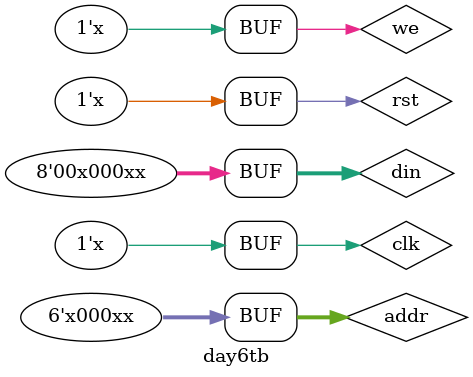
<source format=v>
`timescale 1ns / 1ps


module day6tb();
reg clk,we,rst;
reg [5:0] addr;
reg [7:0]din;
wire [7:0] out;
genvar i;
day6 duu1(.clk(clk),.rst(rst),.we(we),.addr(addr),.din(din),.out(out));
initial begin
clk=1'b0;
addr=6'b00;
rst=1'b0;
we=1'b0;
din=8'b0;
end
always#5 clk=~clk;
always#500 rst=~rst;
always#100 we=~we;
always#2 addr[0]=~addr[0];
always#4 din[0]=~din[0];
for(i=1;i<31;i=i*5)
begin
always#i addr[i]=~addr[i];
end
for(i=1;i<41;i=i*5)
begin
always#i din[i]=~din[i];
end


endmodule

</source>
